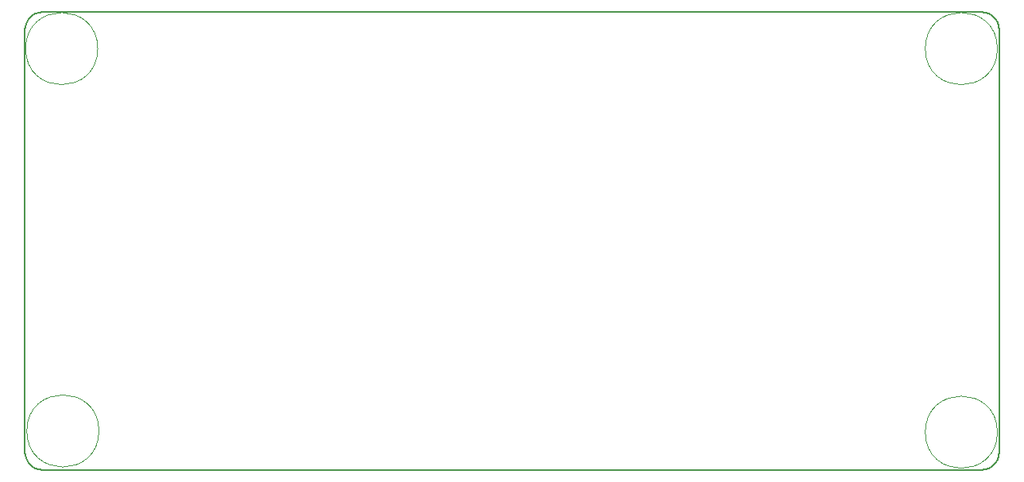
<source format=gko>
G04*
G04 #@! TF.GenerationSoftware,Altium Limited,Altium Designer,21.5.1 (32)*
G04*
G04 Layer_Color=16711935*
%FSLAX25Y25*%
%MOIN*%
G70*
G04*
G04 #@! TF.SameCoordinates,804D03E9-ECC6-49F7-9CEA-4D12CAEBA4D3*
G04*
G04*
G04 #@! TF.FilePolarity,Positive*
G04*
G01*
G75*
%ADD20C,0.00500*%
%ADD89C,0.00200*%
D20*
X4351Y192215D02*
G03*
X4567Y192220I99J337D01*
G01*
X4328Y192199D02*
G03*
X4351Y192215I-187J298D01*
G01*
X2965Y191286D02*
G03*
X3036Y191387I-249J249D01*
G01*
X294Y6500D02*
X850Y4910D01*
X1746Y3484D01*
X2937Y2293D01*
X4363Y1398D01*
X5953Y841D01*
X7646Y651D01*
X103Y8193D02*
X294Y6500D01*
X103Y8193D02*
Y185358D01*
X401346Y651D02*
X403040Y841D01*
X404629Y1398D01*
X406055Y2294D01*
X407246Y3484D01*
X408142Y4910D01*
X408698Y6500D01*
X408889Y8193D01*
X7646Y651D02*
X401346D01*
X408889Y8193D02*
Y185358D01*
X408698Y187051D02*
X408889Y185358D01*
X408142Y188641D02*
X408698Y187051D01*
X407246Y190067D02*
X408142Y188641D01*
X406055Y191258D02*
X407246Y190067D01*
X404629Y192154D02*
X406055Y191258D01*
X403040Y192710D02*
X404629Y192154D01*
X401346Y192900D02*
X403040Y192710D01*
X7646Y192900D02*
X401346D01*
X5953Y192710D02*
X7646Y192900D01*
X4567Y192220D02*
X5953Y192710D01*
X3036Y191387D02*
X4328Y192199D01*
X1746Y190067D02*
X2965Y191286D01*
X850Y188641D02*
X1746Y190067D01*
X294Y187051D02*
X850Y188641D01*
X103Y185358D02*
X294Y187051D01*
D89*
X408136Y16500D02*
G03*
X408136Y16500I-15136J0D01*
G01*
X31136Y17000D02*
G03*
X31136Y17000I-15136J0D01*
G01*
X30636Y177500D02*
G03*
X30636Y177500I-15136J0D01*
G01*
X408136D02*
G03*
X408136Y177500I-15136J0D01*
G01*
M02*

</source>
